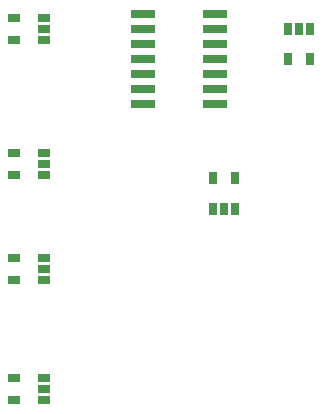
<source format=gbr>
G04 EAGLE Gerber RS-274X export*
G75*
%MOMM*%
%FSLAX34Y34*%
%LPD*%
%INSolderpaste Top*%
%IPPOS*%
%AMOC8*
5,1,8,0,0,1.08239X$1,22.5*%
G01*
%ADD10R,0.990000X0.690000*%
%ADD11R,2.032000X0.660400*%
%ADD12R,0.690000X0.990000*%


D10*
X76400Y447700D03*
X76400Y457200D03*
X76400Y466700D03*
X50500Y466700D03*
X50500Y447700D03*
D11*
X221234Y698500D03*
X159766Y698500D03*
X221234Y711200D03*
X221234Y723900D03*
X159766Y711200D03*
X159766Y723900D03*
X221234Y736600D03*
X159766Y736600D03*
X221234Y749300D03*
X221234Y762000D03*
X159766Y749300D03*
X159766Y762000D03*
X221234Y774700D03*
X159766Y774700D03*
D10*
X76400Y549300D03*
X76400Y558800D03*
X76400Y568300D03*
X50500Y568300D03*
X50500Y549300D03*
D12*
X301600Y762200D03*
X292100Y762200D03*
X282600Y762200D03*
X282600Y736300D03*
X301600Y736300D03*
D10*
X76400Y638200D03*
X76400Y647700D03*
X76400Y657200D03*
X50500Y657200D03*
X50500Y638200D03*
D12*
X219100Y609400D03*
X228600Y609400D03*
X238100Y609400D03*
X238100Y635300D03*
X219100Y635300D03*
D10*
X76400Y752500D03*
X76400Y762000D03*
X76400Y771500D03*
X50500Y771500D03*
X50500Y752500D03*
M02*

</source>
